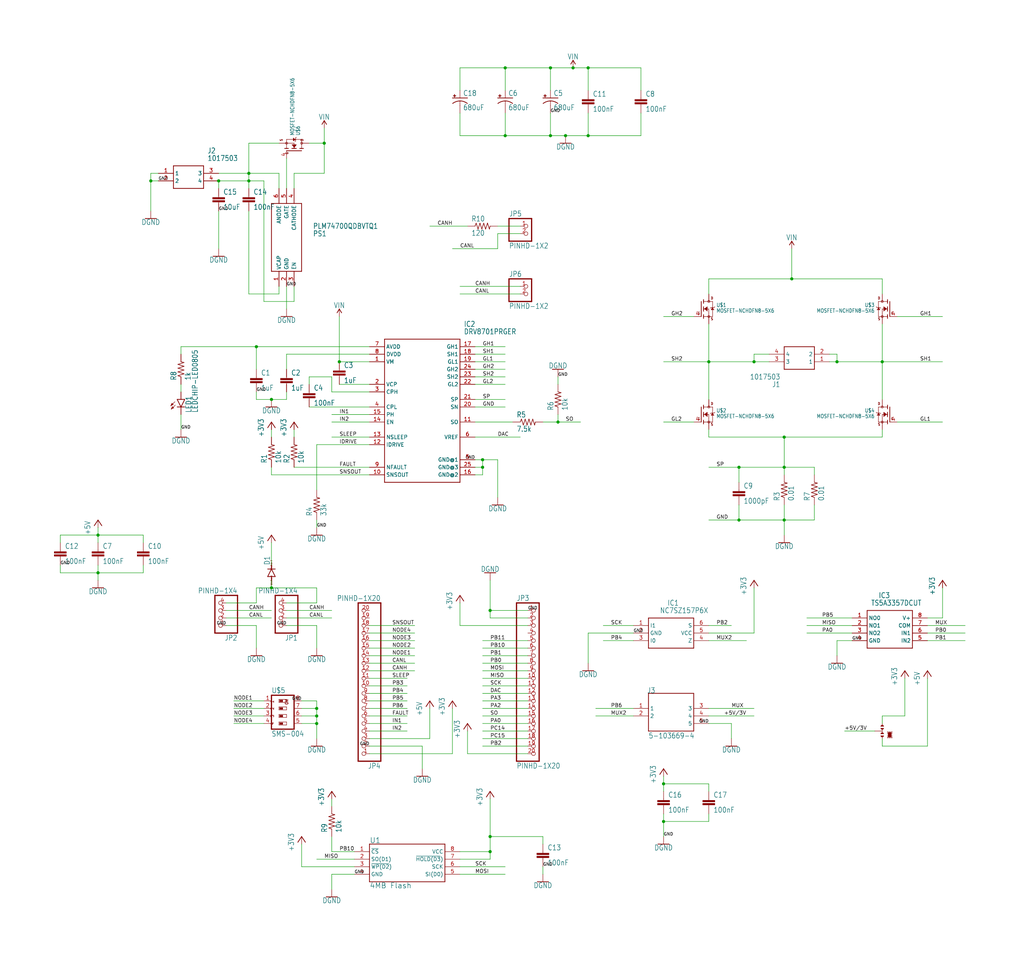
<source format=kicad_sch>
(kicad_sch (version 20211123) (generator eeschema)
  (paper "User" 344.932 326.568)
  (junction (at 238.76 121.92))
  (junction (at 162.56 157.48))
  (junction (at 109.22 48.26))
  (junction (at 106.68 241.3))
  (junction (at 91.44 198.12))
  (junction (at 264.16 175.26))
  (junction (at 73.66 60.96))
  (junction (at 264.16 157.48))
  (junction (at 91.44 134.62))
  (junction (at 297.18 121.92))
  (junction (at 106.68 238.76))
  (junction (at 50.8 60.96))
  (junction (at 198.12 45.72))
  (junction (at 190.5 45.72))
  (junction (at 165.1 281.94))
  (junction (at 185.42 22.86))
  (junction (at 281.94 121.92))
  (junction (at 114.3 121.92))
  (junction (at 223.52 276.86))
  (junction (at 187.96 142.24))
  (junction (at 165.1 205.74))
  (junction (at 165.1 287.02))
  (junction (at 248.92 175.26))
  (junction (at 162.56 154.94))
  (junction (at 266.7 93.98))
  (junction (at 86.36 116.84))
  (junction (at 106.68 243.84))
  (junction (at 83.82 60.96))
  (junction (at 33.02 180.34))
  (junction (at 254 121.92))
  (junction (at 170.18 22.86))
  (junction (at 223.52 264.16))
  (junction (at 248.92 157.48))
  (junction (at 185.42 45.72))
  (junction (at 193.04 22.86))
  (junction (at 83.82 58.42))
  (junction (at 33.02 193.04))
  (junction (at 264.16 147.32))
  (junction (at 198.12 22.86))
  (junction (at 170.18 45.72))
  (wire (pts (xy 297.18 121.92) (xy 317.5 121.92)))
  (wire (pts (xy 281.94 119.38) (xy 281.94 121.92)))
  (wire (pts (xy 124.46 116.84) (xy 86.36 116.84)))
  (wire (pts (xy 111.76 294.64) (xy 111.76 299.72)))
  (wire (pts (xy 48.26 193.04) (xy 48.26 190.5)))
  (wire (pts (xy 86.36 198.12) (xy 86.36 203.2)))
  (wire (pts (xy 111.76 287.02) (xy 111.76 281.94)))
  (wire (pts (xy 167.64 76.2) (xy 175.26 76.2)))
  (wire (pts (xy 254 213.36) (xy 254 198.12)))
  (wire (pts (xy 83.82 58.42) (xy 83.82 48.26)))
  (wire (pts (xy 177.8 251.46) (xy 162.56 251.46)))
  (wire (pts (xy 33.02 180.34) (xy 48.26 180.34)))
  (wire (pts (xy 266.7 83.82) (xy 266.7 93.98)))
  (wire (pts (xy 124.46 243.84) (xy 137.16 243.84)))
  (wire (pts (xy 182.88 292.1) (xy 182.88 294.64)))
  (wire (pts (xy 223.52 281.94) (xy 223.52 276.86)))
  (wire (pts (xy 223.52 276.86) (xy 238.76 276.86)))
  (wire (pts (xy 259.08 121.92) (xy 254 121.92)))
  (wire (pts (xy 86.36 210.82) (xy 86.36 218.44)))
  (wire (pts (xy 124.46 241.3) (xy 137.16 241.3)))
  (wire (pts (xy 248.92 170.18) (xy 248.92 175.26)))
  (wire (pts (xy 246.38 243.84) (xy 246.38 248.92)))
  (wire (pts (xy 185.42 45.72) (xy 170.18 45.72)))
  (wire (pts (xy 93.98 96.52) (xy 93.98 99.06)))
  (wire (pts (xy 297.18 243.84) (xy 297.18 241.3)))
  (wire (pts (xy 264.16 175.26) (xy 274.32 175.26)))
  (wire (pts (xy 238.76 121.92) (xy 238.76 109.22)))
  (wire (pts (xy 73.66 71.12) (xy 73.66 83.82)))
  (wire (pts (xy 297.18 134.62) (xy 297.18 121.92)))
  (wire (pts (xy 124.46 233.68) (xy 137.16 233.68)))
  (wire (pts (xy 76.2 208.28) (xy 91.44 208.28)))
  (wire (pts (xy 157.48 76.2) (xy 144.78 76.2)))
  (wire (pts (xy 238.76 276.86) (xy 238.76 274.32)))
  (wire (pts (xy 287.02 215.9) (xy 281.94 215.9)))
  (wire (pts (xy 248.92 157.48) (xy 238.76 157.48)))
  (wire (pts (xy 20.32 182.88) (xy 20.32 180.34)))
  (wire (pts (xy 177.8 243.84) (xy 162.56 243.84)))
  (wire (pts (xy 124.46 139.7) (xy 111.76 139.7)))
  (wire (pts (xy 198.12 45.72) (xy 198.12 38.1)))
  (wire (pts (xy 162.56 226.06) (xy 177.8 226.06)))
  (wire (pts (xy 101.6 238.76) (xy 106.68 238.76)))
  (wire (pts (xy 83.82 60.96) (xy 83.82 58.42)))
  (wire (pts (xy 162.56 160.02) (xy 162.56 157.48)))
  (wire (pts (xy 154.94 287.02) (xy 165.1 287.02)))
  (wire (pts (xy 187.96 139.7) (xy 187.96 142.24)))
  (wire (pts (xy 187.96 142.24) (xy 195.58 142.24)))
  (wire (pts (xy 213.36 238.76) (xy 200.66 238.76)))
  (wire (pts (xy 177.8 215.9) (xy 162.56 215.9)))
  (wire (pts (xy 88.9 101.6) (xy 88.9 60.96)))
  (wire (pts (xy 88.9 243.84) (xy 78.74 243.84)))
  (wire (pts (xy 50.8 60.96) (xy 50.8 71.12)))
  (wire (pts (xy 60.96 144.78) (xy 60.96 139.7)))
  (wire (pts (xy 124.46 121.92) (xy 114.3 121.92)))
  (wire (pts (xy 106.68 198.12) (xy 106.68 203.2)))
  (wire (pts (xy 124.46 160.02) (xy 91.44 160.02)))
  (wire (pts (xy 60.96 119.38) (xy 60.96 116.84)))
  (wire (pts (xy 177.8 246.38) (xy 162.56 246.38)))
  (wire (pts (xy 106.68 177.8) (xy 106.68 175.26)))
  (wire (pts (xy 33.02 177.8) (xy 33.02 180.34)))
  (wire (pts (xy 177.8 238.76) (xy 162.56 238.76)))
  (wire (pts (xy 160.02 127) (xy 170.18 127)))
  (wire (pts (xy 279.4 121.92) (xy 281.94 121.92)))
  (wire (pts (xy 248.92 157.48) (xy 264.16 157.48)))
  (wire (pts (xy 279.4 119.38) (xy 281.94 119.38)))
  (wire (pts (xy 238.76 241.3) (xy 254 241.3)))
  (wire (pts (xy 124.46 251.46) (xy 142.24 251.46)))
  (wire (pts (xy 124.46 220.98) (xy 139.7 220.98)))
  (wire (pts (xy 124.46 142.24) (xy 111.76 142.24)))
  (wire (pts (xy 160.02 137.16) (xy 170.18 137.16)))
  (wire (pts (xy 91.44 147.32) (xy 91.44 144.78)))
  (wire (pts (xy 233.68 106.68) (xy 223.52 106.68)))
  (wire (pts (xy 274.32 157.48) (xy 274.32 160.02)))
  (wire (pts (xy 248.92 175.26) (xy 264.16 175.26)))
  (wire (pts (xy 185.42 22.86) (xy 193.04 22.86)))
  (wire (pts (xy 91.44 190.5) (xy 91.44 182.88)))
  (wire (pts (xy 304.8 228.6) (xy 304.8 241.3)))
  (wire (pts (xy 124.46 238.76) (xy 137.16 238.76)))
  (wire (pts (xy 93.98 58.42) (xy 83.82 58.42)))
  (wire (pts (xy 99.06 144.78) (xy 99.06 147.32)))
  (wire (pts (xy 106.68 236.22) (xy 106.68 238.76)))
  (wire (pts (xy 215.9 22.86) (xy 215.9 30.48)))
  (wire (pts (xy 124.46 231.14) (xy 137.16 231.14)))
  (wire (pts (xy 266.7 93.98) (xy 297.18 93.98)))
  (wire (pts (xy 165.1 205.74) (xy 165.1 195.58)))
  (wire (pts (xy 86.36 198.12) (xy 91.44 198.12)))
  (wire (pts (xy 223.52 264.16) (xy 223.52 266.7)))
  (wire (pts (xy 160.02 134.62) (xy 170.18 134.62)))
  (wire (pts (xy 50.8 58.42) (xy 50.8 60.96)))
  (wire (pts (xy 233.68 142.24) (xy 223.52 142.24)))
  (wire (pts (xy 223.52 261.62) (xy 223.52 264.16)))
  (wire (pts (xy 96.52 205.74) (xy 111.76 205.74)))
  (wire (pts (xy 297.18 251.46) (xy 312.42 251.46)))
  (wire (pts (xy 119.38 289.56) (xy 106.68 289.56)))
  (wire (pts (xy 96.52 203.2) (xy 106.68 203.2)))
  (wire (pts (xy 99.06 96.52) (xy 99.06 101.6)))
  (wire (pts (xy 238.76 238.76) (xy 254 238.76)))
  (wire (pts (xy 154.94 38.1) (xy 154.94 45.72)))
  (wire (pts (xy 48.26 180.34) (xy 48.26 182.88)))
  (wire (pts (xy 60.96 116.84) (xy 86.36 116.84)))
  (wire (pts (xy 124.46 236.22) (xy 137.16 236.22)))
  (wire (pts (xy 264.16 160.02) (xy 264.16 157.48)))
  (wire (pts (xy 165.1 281.94) (xy 165.1 269.24)))
  (wire (pts (xy 124.46 218.44) (xy 139.7 218.44)))
  (wire (pts (xy 109.22 43.18) (xy 109.22 48.26)))
  (wire (pts (xy 281.94 121.92) (xy 297.18 121.92)))
  (wire (pts (xy 154.94 45.72) (xy 170.18 45.72)))
  (wire (pts (xy 297.18 93.98) (xy 297.18 99.06)))
  (wire (pts (xy 297.18 248.92) (xy 297.18 251.46)))
  (wire (pts (xy 124.46 132.08) (xy 111.76 132.08)))
  (wire (pts (xy 281.94 215.9) (xy 281.94 220.98)))
  (wire (pts (xy 177.8 218.44) (xy 162.56 218.44)))
  (wire (pts (xy 213.36 215.9) (xy 203.2 215.9)))
  (wire (pts (xy 238.76 99.06) (xy 238.76 93.98)))
  (wire (pts (xy 20.32 180.34) (xy 33.02 180.34)))
  (wire (pts (xy 124.46 147.32) (xy 111.76 147.32)))
  (wire (pts (xy 160.02 124.46) (xy 170.18 124.46)))
  (wire (pts (xy 193.04 22.86) (xy 198.12 22.86)))
  (wire (pts (xy 177.8 236.22) (xy 162.56 236.22)))
  (wire (pts (xy 33.02 182.88) (xy 33.02 180.34)))
  (wire (pts (xy 106.68 243.84) (xy 106.68 248.92)))
  (wire (pts (xy 238.76 147.32) (xy 264.16 147.32)))
  (wire (pts (xy 73.66 58.42) (xy 83.82 58.42)))
  (wire (pts (xy 88.9 238.76) (xy 78.74 238.76)))
  (wire (pts (xy 238.76 210.82) (xy 246.38 210.82)))
  (wire (pts (xy 238.76 134.62) (xy 238.76 121.92)))
  (wire (pts (xy 104.14 127) (xy 104.14 129.54)))
  (wire (pts (xy 76.2 203.2) (xy 86.36 203.2)))
  (wire (pts (xy 297.18 147.32) (xy 297.18 144.78)))
  (wire (pts (xy 91.44 134.62) (xy 96.52 134.62)))
  (wire (pts (xy 213.36 213.36) (xy 198.12 213.36)))
  (wire (pts (xy 101.6 243.84) (xy 106.68 243.84)))
  (wire (pts (xy 33.02 193.04) (xy 48.26 193.04)))
  (wire (pts (xy 106.68 210.82) (xy 106.68 218.44)))
  (wire (pts (xy 177.8 228.6) (xy 162.56 228.6)))
  (wire (pts (xy 142.24 251.46) (xy 142.24 259.08)))
  (wire (pts (xy 154.94 210.82) (xy 154.94 203.2)))
  (wire (pts (xy 177.8 220.98) (xy 162.56 220.98)))
  (wire (pts (xy 312.42 215.9) (xy 325.12 215.9)))
  (wire (pts (xy 238.76 144.78) (xy 238.76 147.32)))
  (wire (pts (xy 165.1 289.56) (xy 165.1 287.02)))
  (wire (pts (xy 312.42 210.82) (xy 325.12 210.82)))
  (wire (pts (xy 238.76 264.16) (xy 238.76 266.7)))
  (wire (pts (xy 119.38 294.64) (xy 111.76 294.64)))
  (wire (pts (xy 88.9 241.3) (xy 78.74 241.3)))
  (wire (pts (xy 160.02 160.02) (xy 162.56 160.02)))
  (wire (pts (xy 177.8 208.28) (xy 165.1 208.28)))
  (wire (pts (xy 160.02 157.48) (xy 162.56 157.48)))
  (wire (pts (xy 274.32 175.26) (xy 274.32 170.18)))
  (wire (pts (xy 264.16 157.48) (xy 274.32 157.48)))
  (wire (pts (xy 259.08 119.38) (xy 254 119.38)))
  (wire (pts (xy 152.4 238.76) (xy 152.4 254)))
  (wire (pts (xy 160.02 142.24) (xy 172.72 142.24)))
  (wire (pts (xy 124.46 213.36) (xy 139.7 213.36)))
  (wire (pts (xy 162.56 154.94) (xy 167.64 154.94)))
  (wire (pts (xy 111.76 132.08) (xy 111.76 127)))
  (wire (pts (xy 160.02 116.84) (xy 170.18 116.84)))
  (wire (pts (xy 312.42 208.28) (xy 317.5 208.28)))
  (wire (pts (xy 170.18 45.72) (xy 170.18 38.1)))
  (wire (pts (xy 177.8 241.3) (xy 162.56 241.3)))
  (wire (pts (xy 170.18 30.48) (xy 170.18 22.86)))
  (wire (pts (xy 53.34 58.42) (xy 50.8 58.42)))
  (wire (pts (xy 287.02 208.28) (xy 271.78 208.28)))
  (wire (pts (xy 76.2 210.82) (xy 86.36 210.82)))
  (wire (pts (xy 96.52 96.52) (xy 96.52 104.14)))
  (wire (pts (xy 86.36 134.62) (xy 91.44 134.62)))
  (wire (pts (xy 157.48 246.38) (xy 157.48 254)))
  (wire (pts (xy 177.8 223.52) (xy 162.56 223.52)))
  (wire (pts (xy 187.96 127) (xy 187.96 129.54)))
  (wire (pts (xy 154.94 292.1) (xy 170.18 292.1)))
  (wire (pts (xy 264.16 147.32) (xy 297.18 147.32)))
  (wire (pts (xy 88.9 236.22) (xy 78.74 236.22)))
  (wire (pts (xy 185.42 45.72) (xy 190.5 45.72)))
  (wire (pts (xy 190.5 45.72) (xy 198.12 45.72)))
  (wire (pts (xy 185.42 38.1) (xy 185.42 45.72)))
  (wire (pts (xy 83.82 99.06) (xy 83.82 71.12)))
  (wire (pts (xy 99.06 101.6) (xy 88.9 101.6)))
  (wire (pts (xy 93.98 63.5) (xy 93.98 58.42)))
  (wire (pts (xy 198.12 22.86) (xy 215.9 22.86)))
  (wire (pts (xy 302.26 106.68) (xy 317.5 106.68)))
  (wire (pts (xy 91.44 160.02) (xy 91.44 157.48)))
  (wire (pts (xy 238.76 121.92) (xy 223.52 121.92)))
  (wire (pts (xy 157.48 254) (xy 177.8 254)))
  (wire (pts (xy 297.18 241.3) (xy 304.8 241.3)))
  (wire (pts (xy 177.8 210.82) (xy 154.94 210.82)))
  (wire (pts (xy 124.46 210.82) (xy 139.7 210.82)))
  (wire (pts (xy 99.06 58.42) (xy 109.22 58.42)))
  (wire (pts (xy 83.82 48.26) (xy 93.98 48.26)))
  (wire (pts (xy 165.1 287.02) (xy 165.1 281.94)))
  (wire (pts (xy 101.6 292.1) (xy 101.6 284.48)))
  (wire (pts (xy 213.36 210.82) (xy 203.2 210.82)))
  (wire (pts (xy 182.88 281.94) (xy 165.1 281.94)))
  (wire (pts (xy 238.76 121.92) (xy 254 121.92)))
  (wire (pts (xy 86.36 116.84) (xy 86.36 124.46)))
  (wire (pts (xy 124.46 226.06) (xy 139.7 226.06)))
  (wire (pts (xy 124.46 157.48) (xy 99.06 157.48)))
  (wire (pts (xy 185.42 30.48) (xy 185.42 22.86)))
  (wire (pts (xy 96.52 134.62) (xy 96.52 132.08)))
  (wire (pts (xy 106.68 149.86) (xy 124.46 149.86)))
  (wire (pts (xy 154.94 289.56) (xy 165.1 289.56)))
  (wire (pts (xy 119.38 292.1) (xy 101.6 292.1)))
  (wire (pts (xy 175.26 96.52) (xy 154.94 96.52)))
  (wire (pts (xy 60.96 132.08) (xy 60.96 129.54)))
  (wire (pts (xy 76.2 205.74) (xy 91.44 205.74)))
  (wire (pts (xy 101.6 236.22) (xy 106.68 236.22)))
  (wire (pts (xy 106.68 241.3) (xy 106.68 243.84)))
  (wire (pts (xy 175.26 78.74) (xy 167.64 78.74)))
  (wire (pts (xy 223.52 276.86) (xy 223.52 274.32)))
  (wire (pts (xy 223.52 264.16) (xy 238.76 264.16)))
  (wire (pts (xy 175.26 99.06) (xy 154.94 99.06)))
  (wire (pts (xy 297.18 121.92) (xy 297.18 109.22)))
  (wire (pts (xy 215.9 45.72) (xy 198.12 45.72)))
  (wire (pts (xy 248.92 175.26) (xy 238.76 175.26)))
  (wire (pts (xy 238.76 243.84) (xy 246.38 243.84)))
  (wire (pts (xy 144.78 238.76) (xy 144.78 248.92)))
  (wire (pts (xy 264.16 180.34) (xy 264.16 175.26)))
  (wire (pts (xy 86.36 132.08) (xy 86.36 134.62)))
  (wire (pts (xy 238.76 93.98) (xy 266.7 93.98)))
  (wire (pts (xy 213.36 241.3) (xy 200.66 241.3)))
  (wire (pts (xy 101.6 241.3) (xy 106.68 241.3)))
  (wire (pts (xy 248.92 162.56) (xy 248.92 157.48)))
  (wire (pts (xy 106.68 238.76) (xy 106.68 241.3)))
  (wire (pts (xy 33.02 195.58) (xy 33.02 193.04)))
  (wire (pts (xy 167.64 78.74) (xy 167.64 83.82)))
  (wire (pts (xy 20.32 190.5) (xy 20.32 193.04)))
  (wire (pts (xy 111.76 271.78) (xy 111.76 269.24)))
  (wire (pts (xy 73.66 60.96) (xy 83.82 60.96)))
  (wire (pts (xy 238.76 215.9) (xy 251.46 215.9)))
  (wire (pts (xy 124.46 228.6) (xy 137.16 228.6)))
  (wire (pts (xy 20.32 193.04) (xy 33.02 193.04)))
  (wire (pts (xy 119.38 287.02) (xy 111.76 287.02)))
  (wire (pts (xy 177.8 231.14) (xy 162.56 231.14)))
  (wire (pts (xy 88.9 60.96) (xy 83.82 60.96)))
  (wire (pts (xy 198.12 213.36) (xy 198.12 223.52)))
  (wire (pts (xy 215.9 38.1) (xy 215.9 45.72)))
  (wire (pts (xy 317.5 208.28) (xy 317.5 198.12)))
  (wire (pts (xy 302.26 142.24) (xy 317.5 142.24)))
  (wire (pts (xy 53.34 60.96) (xy 50.8 60.96)))
  (wire (pts (xy 33.02 190.5) (xy 33.02 193.04)))
  (wire (pts (xy 114.3 106.68) (xy 114.3 121.92)))
  (wire (pts (xy 160.02 119.38) (xy 170.18 119.38)))
  (wire (pts (xy 124.46 246.38) (xy 137.16 246.38)))
  (wire (pts (xy 160.02 121.92) (xy 170.18 121.92)))
  (wire (pts (xy 91.44 195.58) (xy 91.44 198.12)))
  (wire (pts (xy 312.42 228.6) (xy 312.42 251.46)))
  (wire (pts (xy 165.1 208.28) (xy 165.1 205.74)))
  (wire (pts (xy 96.52 208.28) (xy 111.76 208.28)))
  (wire (pts (xy 160.02 154.94) (xy 162.56 154.94)))
  (wire (pts (xy 106.68 149.86) (xy 106.68 165.1)))
  (wire (pts (xy 160.02 147.32) (xy 175.26 147.32)))
  (wire (pts (xy 198.12 22.86) (xy 198.12 30.48)))
  (wire (pts (xy 167.64 83.82) (xy 152.4 83.82)))
  (wire (pts (xy 182.88 284.48) (xy 182.88 281.94)))
  (wire (pts (xy 165.1 205.74) (xy 177.8 205.74)))
  (wire (pts (xy 109.22 48.26) (xy 104.14 48.26)))
  (wire (pts (xy 96.52 63.5) (xy 96.52 53.34)))
  (wire (pts (xy 124.46 223.52) (xy 139.7 223.52)))
  (wire (pts (xy 124.46 119.38) (xy 96.52 119.38)))
  (wire (pts (xy 91.44 198.12) (xy 106.68 198.12)))
  (wire (pts (xy 99.06 63.5) (xy 99.06 58.42)))
  (wire (pts (xy 111.76 127) (xy 104.14 127)))
  (wire (pts (xy 271.78 213.36) (xy 287.02 213.36)))
  (wire (pts (xy 124.46 215.9) (xy 139.7 215.9)))
  (wire (pts (xy 238.76 213.36) (xy 254 213.36)))
  (wire (pts (xy 104.14 137.16) (xy 124.46 137.16)))
  (wire (pts (xy 264.16 175.26) (xy 264.16 170.18)))
  (wire (pts (xy 170.18 22.86) (xy 185.42 22.86)))
  (wire (pts (xy 264.16 157.48) (xy 264.16 147.32)))
  (wire (pts (xy 287.02 210.82) (xy 271.78 210.82)))
  (wire (pts (xy 177.8 233.68) (xy 162.56 233.68)))
  (wire (pts (xy 177.8 248.92) (xy 162.56 248.92)))
  (wire (pts (xy 167.64 154.94) (xy 167.64 167.64)))
  (wire (pts (xy 254 121.92) (xy 254 119.38)))
  (wire (pts (xy 96.52 119.38) (xy 96.52 124.46)))
  (wire (pts (xy 73.66 63.5) (xy 73.66 60.96)))
  (wire (pts (xy 109.22 58.42) (xy 109.22 48.26)))
  (wire (pts (xy 294.64 246.38) (xy 284.48 246.38)))
  (wire (pts (xy 154.94 30.48) (xy 154.94 22.86)))
  (wire (pts (xy 160.02 129.54) (xy 170.18 129.54)))
  (wire (pts (xy 83.82 63.5) (xy 83.82 60.96)))
  (wire (pts (xy 162.56 157.48) (xy 162.56 154.94)))
  (wire (pts (xy 124.46 248.92) (xy 144.78 248.92)))
  (wire (pts (xy 312.42 213.36) (xy 325.12 213.36)))
  (wire (pts (xy 93.98 99.06) (xy 83.82 99.06)))
  (wire (pts (xy 96.52 210.82) (xy 106.68 210.82)))
  (wire (pts (xy 154.94 294.64) (xy 170.18 294.64)))
  (wire (pts (xy 154.94 22.86) (xy 170.18 22.86)))
  (wire (pts (xy 182.88 142.24) (xy 187.96 142.24)))
  (wire (pts (xy 124.46 254) (xy 152.4 254)))
  (wire (pts (xy 124.46 129.54) (xy 114.3 129.54)))
  (label "NODE3" (at 132.08 215.9 0) (effects (font (size 1.2446 1.2446))))
  (label "NODE2" (at 78.74 238.76 0) (effects (font (size 1.2446 1.2446))))
  (label "PB10" (at 165.1 218.44 0) (effects (font (size 1.2446 1.2446))))
  (label "DAC" (at 165.1 233.68 0) (effects (font (size 1.2446 1.2446))))
  (label "PB5" (at 132.08 236.22 0) (effects (font (size 1.2446 1.2446))))
  (label "GH2" (at 162.56 124.46 0) (effects (font (size 1.2446 1.2446))))
  (label "NODE1" (at 132.08 220.98 0) (effects (font (size 1.2446 1.2446))))
  (label "GND" (at 124.46 251.46 180) (effects (font (size 1.016 1.016))))
  (label "GND" (at 73.66 71.12 0) (effects (font (size 1.016 1.016))))
  (label "GL1" (at 309.88 142.24 0) (effects (font (size 1.2446 1.2446))))
  (label "NODE2" (at 132.08 218.44 0) (effects (font (size 1.2446 1.2446))))
  (label "CANH" (at 160.02 96.52 0) (effects (font (size 1.2446 1.2446))))
  (label "IN2" (at 132.08 246.38 0) (effects (font (size 1.2446 1.2446))))
  (label "GND" (at 177.8 205.74 0) (effects (font (size 1.016 1.016))))
  (label "FAULT" (at 132.08 241.3 0) (effects (font (size 1.2446 1.2446))))
  (label "GH2" (at 226.06 106.68 0) (effects (font (size 1.2446 1.2446))))
  (label "GND" (at 223.52 281.94 0) (effects (font (size 1.016 1.016))))
  (label "PA3" (at 165.1 236.22 0) (effects (font (size 1.2446 1.2446))))
  (label "MISO" (at 165.1 228.6 0) (effects (font (size 1.2446 1.2446))))
  (label "IDRIVE" (at 114.3 149.86 0) (effects (font (size 1.2446 1.2446))))
  (label "GND" (at 162.56 137.16 0) (effects (font (size 1.2446 1.2446))))
  (label "SLEEP" (at 132.08 228.6 0) (effects (font (size 1.2446 1.2446))))
  (label "GND" (at 86.36 132.08 0) (effects (font (size 1.016 1.016))))
  (label "CANL" (at 132.08 223.52 0) (effects (font (size 1.2446 1.2446))))
  (label "MUX" (at 246.38 238.76 0) (effects (font (size 1.2446 1.2446))))
  (label "MISO" (at 109.22 289.56 0) (effects (font (size 1.2446 1.2446))))
  (label "SLEEP" (at 114.3 147.32 0) (effects (font (size 1.2446 1.2446))))
  (label "PA0" (at 165.1 243.84 0) (effects (font (size 1.2446 1.2446))))
  (label "PC14" (at 165.1 246.38 0) (effects (font (size 1.2446 1.2446))))
  (label "IN2" (at 114.3 142.24 0) (effects (font (size 1.2446 1.2446))))
  (label "GND" (at 185.42 38.1 0) (effects (font (size 1.016 1.016))))
  (label "MOSI" (at 160.02 294.64 0) (effects (font (size 1.2446 1.2446))))
  (label "GL2" (at 226.06 142.24 0) (effects (font (size 1.2446 1.2446))))
  (label "GND" (at 213.36 213.36 0) (effects (font (size 1.016 1.016))))
  (label "CANL" (at 83.82 208.28 0) (effects (font (size 1.2446 1.2446))))
  (label "+5V/3V" (at 284.48 246.38 0) (effects (font (size 1.2446 1.2446))))
  (label "PA2" (at 165.1 238.76 0) (effects (font (size 1.2446 1.2446))))
  (label "SNSOUT" (at 114.3 160.02 0) (effects (font (size 1.2446 1.2446))))
  (label "GND" (at 96.52 210.82 180) (effects (font (size 1.016 1.016))))
  (label "NODE3" (at 78.74 241.3 0) (effects (font (size 1.2446 1.2446))))
  (label "SH2" (at 162.56 127 0) (effects (font (size 1.2446 1.2446))))
  (label "GND" (at 76.2 210.82 180) (effects (font (size 1.016 1.016))))
  (label "GND" (at 241.3 175.26 0) (effects (font (size 1.2446 1.2446))))
  (label "PB1" (at 314.96 215.9 0) (effects (font (size 1.2446 1.2446))))
  (label "PB3" (at 132.08 231.14 0) (effects (font (size 1.2446 1.2446))))
  (label "CANL" (at 160.02 99.06 0) (effects (font (size 1.2446 1.2446))))
  (label "SH1" (at 162.56 119.38 0) (effects (font (size 1.2446 1.2446))))
  (label "GND" (at 119.38 294.64 0) (effects (font (size 1.016 1.016))))
  (label "NODE4" (at 78.74 243.84 0) (effects (font (size 1.2446 1.2446))))
  (label "GND" (at 53.34 60.96 0) (effects (font (size 1.016 1.016))))
  (label "GND" (at 96.52 96.52 0) (effects (font (size 1.016 1.016))))
  (label "PB6" (at 205.74 238.76 0) (effects (font (size 1.2446 1.2446))))
  (label "PB0" (at 165.1 223.52 0) (effects (font (size 1.2446 1.2446))))
  (label "CANH" (at 132.08 226.06 0) (effects (font (size 1.2446 1.2446))))
  (label "FAULT" (at 114.3 157.48 0) (effects (font (size 1.2446 1.2446))))
  (label "SH1" (at 309.88 121.92 0) (effects (font (size 1.2446 1.2446))))
  (label "PB11" (at 165.1 215.9 0) (effects (font (size 1.2446 1.2446))))
  (label "GND" (at 20.32 190.5 0) (effects (font (size 1.016 1.016))))
  (label "SP" (at 162.56 134.62 0) (effects (font (size 1.2446 1.2446))))
  (label "SO" (at 190.5 142.24 0) (effects (font (size 1.2446 1.2446))))
  (label "GH1" (at 162.56 116.84 0) (effects (font (size 1.2446 1.2446))))
  (label "DAC" (at 167.64 147.32 0) (effects (font (size 1.2446 1.2446))))
  (label "CANL" (at 104.14 208.28 0) (effects (font (size 1.2446 1.2446))))
  (label "MOSI" (at 165.1 226.06 0) (effects (font (size 1.2446 1.2446))))
  (label "PB4" (at 205.74 215.9 0) (effects (font (size 1.2446 1.2446))))
  (label "MUX2" (at 205.74 241.3 0) (effects (font (size 1.2446 1.2446))))
  (label "MUX" (at 314.96 210.82 0) (effects (font (size 1.2446 1.2446))))
  (label "SCK" (at 160.02 292.1 0) (effects (font (size 1.2446 1.2446))))
  (label "NODE1" (at 78.74 236.22 0) (effects (font (size 1.2446 1.2446))))
  (label "SCK" (at 205.74 210.82 0) (effects (font (size 1.2446 1.2446))))
  (label "PC15" (at 165.1 248.92 0) (effects (font (size 1.2446 1.2446))))
  (label "CANH" (at 104.14 205.74 0) (effects (font (size 1.2446 1.2446))))
  (label "SCK" (at 165.1 231.14 0) (effects (font (size 1.2446 1.2446))))
  (label "GND" (at 238.76 243.84 180) (effects (font (size 1.016 1.016))))
  (label "PB0" (at 314.96 213.36 0) (effects (font (size 1.2446 1.2446))))
  (label "NODE4" (at 132.08 213.36 0) (effects (font (size 1.2446 1.2446))))
  (label "CANH" (at 147.32 76.2 0) (effects (font (size 1.2446 1.2446))))
  (label "PB1" (at 165.1 220.98 0) (effects (font (size 1.2446 1.2446))))
  (label "PB5" (at 276.86 208.28 0) (effects (font (size 1.2446 1.2446))))
  (label "CANH" (at 83.82 205.74 0) (effects (font (size 1.2446 1.2446))))
  (label "SO" (at 165.1 241.3 0) (effects (font (size 1.2446 1.2446))))
  (label "IN1" (at 132.08 243.84 0) (effects (font (size 1.2446 1.2446))))
  (label "MISO" (at 276.86 210.82 0) (effects (font (size 1.2446 1.2446))))
  (label "GL2" (at 162.56 129.54 0) (effects (font (size 1.2446 1.2446))))
  (label "SH2" (at 226.06 121.92 0) (effects (font (size 1.2446 1.2446))))
  (label "GND" (at 106.68 177.8 0) (effects (font (size 1.016 1.016))))
  (label "IN1" (at 114.3 139.7 0) (effects (font (size 1.2446 1.2446))))
  (label "PB6" (at 132.08 238.76 0) (effects (font (size 1.2446 1.2446))))
  (label "GH1" (at 309.88 106.68 0) (effects (font (size 1.2446 1.2446))))
  (label "GND" (at 287.02 215.9 0) (effects (font (size 1.016 1.016))))
  (label "SP" (at 241.3 157.48 0) (effects (font (size 1.2446 1.2446))))
  (label "GND" (at 60.96 144.78 0) (effects (font (size 1.016 1.016))))
  (label "SNSOUT" (at 132.08 210.82 0) (effects (font (size 1.2446 1.2446))))
  (label "GND" (at 160.02 154.94 180) (effects (font (size 1.016 1.016))))
  (label "GL1" (at 162.56 121.92 0) (effects (font (size 1.2446 1.2446))))
  (label "PB2" (at 241.3 210.82 0) (effects (font (size 1.2446 1.2446))))
  (label "CANL" (at 154.94 83.82 0) (effects (font (size 1.2446 1.2446))))
  (label "PB10" (at 114.3 287.02 0) (effects (font (size 1.2446 1.2446))))
  (label "GND" (at 101.6 236.22 180) (effects (font (size 1.016 1.016))))
  (label "PB2" (at 165.1 251.46 0) (effects (font (size 1.2446 1.2446))))
  (label "GND" (at 187.96 127 0) (effects (font (size 1.016 1.016))))
  (label "+5V/3V" (at 243.84 241.3 0) (effects (font (size 1.2446 1.2446))))
  (label "MUX2" (at 241.3 215.9 0) (effects (font (size 1.2446 1.2446))))
  (label "PB4" (at 132.08 233.68 0) (effects (font (size 1.2446 1.2446))))
  (label "GND" (at 182.88 292.1 0) (effects (font (size 1.016 1.016))))
  (label "PA0" (at 276.86 213.36 0) (effects (font (size 1.2446 1.2446))))
  (symbol (lib_id "arm controller single v1.1-eagle-import:C-EUC0603") (at 104.14 132.08 0) (unit 1)
    (property "Reference" "C4" (at 105.664 131.699 0) (effects (font (size 1.778 1.5113)) (justify left bottom)))
    (property "Value" "100nF" (at 105.664 136.779 0) (effects (font (size 1.778 1.5113)) (justify left bottom)))
    (property "Footprint" "arm controller single v1.1:C0603" (effects hide))
  )
  (symbol (lib_id "arm controller single v1.1-eagle-import:DGND") (at 167.64 170.18 0) (unit 1)
    (property "Reference" "#GND7" (effects hide))
    (property "Value" "DGND" (at 167.64 170.434 0) (effects (font (size 1.778 1.5113)) (justify top)))
    (property "Footprint" "arm controller single v1.1:" (effects hide))
  )
  (symbol (lib_id "arm controller single v1.1-eagle-import:PINHD-1X2") (at 177.8 99.06 0) (unit 1)
    (property "Reference" "JP6" (at 171.45 93.345 0) (effects (font (size 1.778 1.5113)) (justify left bottom)))
    (property "Value" "PINHD-1X2" (at 171.45 104.14 0) (effects (font (size 1.778 1.5113)) (justify left bottom)))
    (property "Footprint" "arm controller single v1.1:1X02" (effects hide))
  )
  (symbol (lib_id "arm controller single v1.1-eagle-import:R-US_R0603") (at 162.56 76.2 0) (unit 1)
    (property "Reference" "R10" (at 158.75 74.7014 0) (effects (font (size 1.778 1.5113)) (justify left bottom)))
    (property "Value" "120" (at 158.75 79.502 0) (effects (font (size 1.778 1.5113)) (justify left bottom)))
    (property "Footprint" "arm controller single v1.1:R0603" (effects hide))
  )
  (symbol (lib_id "arm controller single v1.1-eagle-import:MOSFET-NCHDFN8-5X6") (at 241.3 104.14 0) (unit 1)
    (property "Reference" "U$1" (at 241.3 103.505 0) (effects (font (size 1.27 1.0795)) (justify left bottom)))
    (property "Value" "MOSFET-NCHDFN8-5X6" (at 241.3 105.41 0) (effects (font (size 1.27 1.0795)) (justify left bottom)))
    (property "Footprint" "arm controller single v1.1:ALOM_DFN5X6_8L_EP1_P" (effects hide))
  )
  (symbol (lib_id "arm controller single v1.1-eagle-import:C-EUC0603") (at 182.88 287.02 0) (unit 1)
    (property "Reference" "C13" (at 184.404 286.639 0) (effects (font (size 1.778 1.5113)) (justify left bottom)))
    (property "Value" "100nF" (at 184.404 291.719 0) (effects (font (size 1.778 1.5113)) (justify left bottom)))
    (property "Footprint" "arm controller single v1.1:C0603" (effects hide))
  )
  (symbol (lib_id "arm controller single v1.1-eagle-import:DGND") (at 106.68 180.34 0) (unit 1)
    (property "Reference" "#GND9" (effects hide))
    (property "Value" "DGND" (at 106.68 180.594 0) (effects (font (size 1.778 1.5113)) (justify top)))
    (property "Footprint" "arm controller single v1.1:" (effects hide))
  )
  (symbol (lib_id "arm controller single v1.1-eagle-import:DGND") (at 142.24 261.62 0) (unit 1)
    (property "Reference" "#GND2" (effects hide))
    (property "Value" "DGND" (at 142.24 261.874 0) (effects (font (size 1.778 1.5113)) (justify top)))
    (property "Footprint" "arm controller single v1.1:" (effects hide))
  )
  (symbol (lib_id "arm controller single v1.1-eagle-import:C-EUC0603") (at 215.9 33.02 0) (unit 1)
    (property "Reference" "C8" (at 217.424 32.639 0) (effects (font (size 1.778 1.5113)) (justify left bottom)))
    (property "Value" "100nF" (at 217.424 37.719 0) (effects (font (size 1.778 1.5113)) (justify left bottom)))
    (property "Footprint" "arm controller single v1.1:C0603" (effects hide))
  )
  (symbol (lib_id "arm controller single v1.1-eagle-import:DGND") (at 264.16 182.88 0) (unit 1)
    (property "Reference" "#GND8" (effects hide))
    (property "Value" "DGND" (at 264.16 183.134 0) (effects (font (size 1.778 1.5113)) (justify top)))
    (property "Footprint" "arm controller single v1.1:" (effects hide))
  )
  (symbol (lib_id "arm controller single v1.1-eagle-import:C-EUC0603") (at 248.92 165.1 0) (unit 1)
    (property "Reference" "C9" (at 250.444 164.719 0) (effects (font (size 1.778 1.5113)) (justify left bottom)))
    (property "Value" "1000pF" (at 250.444 169.799 0) (effects (font (size 1.778 1.5113)) (justify left bottom)))
    (property "Footprint" "arm controller single v1.1:C0603" (effects hide))
  )
  (symbol (lib_id "arm controller single v1.1-eagle-import:C-EUC0603") (at 238.76 269.24 0) (unit 1)
    (property "Reference" "C17" (at 240.284 268.859 0) (effects (font (size 1.778 1.5113)) (justify left bottom)))
    (property "Value" "100nF" (at 240.284 273.939 0) (effects (font (size 1.778 1.5113)) (justify left bottom)))
    (property "Footprint" "arm controller single v1.1:C0603" (effects hide))
  )
  (symbol (lib_id "arm controller single v1.1-eagle-import:PINHD-1X2") (at 177.8 78.74 0) (unit 1)
    (property "Reference" "JP5" (at 171.45 73.025 0) (effects (font (size 1.778 1.5113)) (justify left bottom)))
    (property "Value" "PINHD-1X2" (at 171.45 83.82 0) (effects (font (size 1.778 1.5113)) (justify left bottom)))
    (property "Footprint" "arm controller single v1.1:1X02" (effects hide))
  )
  (symbol (lib_id "arm controller single v1.1-eagle-import:MOSFET-NCHDFN8-5X6") (at 294.64 139.7 0) (mirror y) (unit 1)
    (property "Reference" "U$4" (at 294.64 139.065 0) (effects (font (size 1.27 1.0795)) (justify left bottom)))
    (property "Value" "MOSFET-NCHDFN8-5X6" (at 294.64 140.97 0) (effects (font (size 1.27 1.0795)) (justify left bottom)))
    (property "Footprint" "arm controller single v1.1:ALOM_DFN5X6_8L_EP1_P" (effects hide))
  )
  (symbol (lib_id "arm controller single v1.1-eagle-import:PLM74700QDBVTQ1") (at 96.52 81.28 90) (unit 1)
    (property "Reference" "PS1" (at 105.41 78.74 90) (effects (font (size 1.778 1.5113)) (justify right)))
    (property "Value" "PLM74700QDBVTQ1" (at 105.41 76.2 90) (effects (font (size 1.778 1.5113)) (justify right)))
    (property "Footprint" "arm controller single v1.1:SOT95P280X145-6N" (effects hide))
  )
  (symbol (lib_id "arm controller single v1.1-eagle-import:DGND") (at 33.02 198.12 0) (unit 1)
    (property "Reference" "#GND14" (effects hide))
    (property "Value" "DGND" (at 33.02 198.374 0) (effects (font (size 1.778 1.5113)) (justify top)))
    (property "Footprint" "arm controller single v1.1:" (effects hide))
  )
  (symbol (lib_id "arm controller single v1.1-eagle-import:DGND") (at 246.38 251.46 0) (unit 1)
    (property "Reference" "#GND24" (effects hide))
    (property "Value" "DGND" (at 246.38 251.714 0) (effects (font (size 1.778 1.5113)) (justify top)))
    (property "Footprint" "arm controller single v1.1:" (effects hide))
  )
  (symbol (lib_id "arm controller single v1.1-eagle-import:R-US_R0603") (at 60.96 124.46 90) (unit 1)
    (property "Reference" "R8" (at 59.4614 128.27 0) (effects (font (size 1.778 1.5113)) (justify left bottom)))
    (property "Value" "1k" (at 64.262 128.27 0) (effects (font (size 1.778 1.5113)) (justify left bottom)))
    (property "Footprint" "arm controller single v1.1:R0603" (effects hide))
  )
  (symbol (lib_id "arm controller single v1.1-eagle-import:DGND") (at 198.12 226.06 0) (unit 1)
    (property "Reference" "#GND3" (effects hide))
    (property "Value" "DGND" (at 198.12 226.314 0) (effects (font (size 1.778 1.5113)) (justify top)))
    (property "Footprint" "arm controller single v1.1:" (effects hide))
  )
  (symbol (lib_id "arm controller single v1.1-eagle-import:+3V3") (at 223.52 259.08 0) (unit 1)
    (property "Reference" "#+3V11" (effects hide))
    (property "Value" "+3V3" (at 220.98 264.16 90) (effects (font (size 1.778 1.5113)) (justify left bottom)))
    (property "Footprint" "arm controller single v1.1:" (effects hide))
  )
  (symbol (lib_id "arm controller single v1.1-eagle-import:DGND") (at 106.68 251.46 0) (unit 1)
    (property "Reference" "#GND4" (effects hide))
    (property "Value" "DGND" (at 106.68 251.714 0) (effects (font (size 1.778 1.5113)) (justify top)))
    (property "Footprint" "arm controller single v1.1:" (effects hide))
  )
  (symbol (lib_id "arm controller single v1.1-eagle-import:C-EUC0603") (at 198.12 33.02 0) (unit 1)
    (property "Reference" "C11" (at 199.644 32.639 0) (effects (font (size 1.778 1.5113)) (justify left bottom)))
    (property "Value" "100nF" (at 199.644 37.719 0) (effects (font (size 1.778 1.5113)) (justify left bottom)))
    (property "Footprint" "arm controller single v1.1:C0603" (effects hide))
  )
  (symbol (lib_id "arm controller single v1.1-eagle-import:C-EUC1206") (at 73.66 66.04 0) (unit 1)
    (property "Reference" "C15" (at 75.184 65.659 0) (effects (font (size 1.778 1.5113)) (justify left bottom)))
    (property "Value" "10uF" (at 75.184 70.739 0) (effects (font (size 1.778 1.5113)) (justify left bottom)))
    (property "Footprint" "arm controller single v1.1:C1206" (effects hide))
  )
  (symbol (lib_id "arm controller single v1.1-eagle-import:DGND") (at 182.88 297.18 0) (unit 1)
    (property "Reference" "#GND16" (effects hide))
    (property "Value" "DGND" (at 182.88 297.434 0) (effects (font (size 1.778 1.5113)) (justify top)))
    (property "Footprint" "arm controller single v1.1:" (effects hide))
  )
  (symbol (lib_id "arm controller single v1.1-eagle-import:DGND") (at 86.36 220.98 0) (unit 1)
    (property "Reference" "#GND19" (effects hide))
    (property "Value" "DGND" (at 86.36 221.234 0) (effects (font (size 1.778 1.5113)) (justify top)))
    (property "Footprint" "arm controller single v1.1:" (effects hide))
  )
  (symbol (lib_id "arm controller single v1.1-eagle-import:C-EUC0603") (at 83.82 66.04 0) (unit 1)
    (property "Reference" "C14" (at 85.344 65.659 0) (effects (font (size 1.778 1.5113)) (justify left bottom)))
    (property "Value" "100nF" (at 85.344 70.739 0) (effects (font (size 1.778 1.5113)) (justify left bottom)))
    (property "Footprint" "arm controller single v1.1:C0603" (effects hide))
  )
  (symbol (lib_id "arm controller single v1.1-eagle-import:PINHD-1X20") (at 121.92 231.14 180) (unit 1)
    (property "Reference" "JP4" (at 128.27 257.175 0) (effects (font (size 1.778 1.5113)) (justify left bottom)))
    (property "Value" "PINHD-1X20" (at 128.27 200.66 0) (effects (font (size 1.778 1.5113)) (justify left bottom)))
    (property "Footprint" "arm controller single v1.1:1X20" (effects hide))
  )
  (symbol (lib_id "arm controller single v1.1-eagle-import:C-EUC0603") (at 114.3 124.46 0) (unit 1)
    (property "Reference" "C3" (at 115.824 124.079 0) (effects (font (size 1.778 1.5113)) (justify left bottom)))
    (property "Value" "1uF" (at 115.824 129.159 0) (effects (font (size 1.778 1.5113)) (justify left bottom)))
    (property "Footprint" "arm controller single v1.1:C0603" (effects hide))
  )
  (symbol (lib_id "arm controller single v1.1-eagle-import:R-US_R0603") (at 91.44 152.4 90) (unit 1)
    (property "Reference" "R1" (at 89.9414 156.21 0) (effects (font (size 1.778 1.5113)) (justify left bottom)))
    (property "Value" "10k" (at 94.742 156.21 0) (effects (font (size 1.778 1.5113)) (justify left bottom)))
    (property "Footprint" "arm controller single v1.1:R0603" (effects hide))
  )
  (symbol (lib_id "arm controller single v1.1-eagle-import:+5V") (at 33.02 175.26 0) (unit 1)
    (property "Reference" "#P+3" (effects hide))
    (property "Value" "+5V" (at 30.48 180.34 90) (effects (font (size 1.778 1.5113)) (justify left bottom)))
    (property "Footprint" "arm controller single v1.1:" (effects hide))
  )
  (symbol (lib_id "arm controller single v1.1-eagle-import:VIN") (at 114.3 106.68 0) (unit 1)
    (property "Reference" "#SUPPLY1" (effects hide))
    (property "Value" "VIN" (at 114.3 103.886 0) (effects (font (size 1.778 1.5113)) (justify bottom)))
    (property "Footprint" "arm controller single v1.1:" (effects hide))
  )
  (symbol (lib_id "arm controller single v1.1-eagle-import:C-EUC0603") (at 223.52 269.24 0) (unit 1)
    (property "Reference" "C16" (at 225.044 268.859 0) (effects (font (size 1.778 1.5113)) (justify left bottom)))
    (property "Value" "100nF" (at 225.044 273.939 0) (effects (font (size 1.778 1.5113)) (justify left bottom)))
    (property "Footprint" "arm controller single v1.1:C0603" (effects hide))
  )
  (symbol (lib_id "arm controller single v1.1-eagle-import:DGND") (at 281.94 223.52 0) (unit 1)
    (property "Reference" "#GND5" (effects hide))
    (property "Value" "DGND" (at 281.94 223.774 0) (effects (font (size 1.778 1.5113)) (justify top)))
    (property "Footprint" "arm controller single v1.1:" (effects hide))
  )
  (symbol (lib_id "arm controller single v1.1-eagle-import:+5V") (at 312.42 226.06 0) (unit 1)
    (property "Reference" "#P+6" (effects hide))
    (property "Value" "+5V" (at 309.88 231.14 90) (effects (font (size 1.778 1.5113)) (justify left bottom)))
    (property "Footprint" "arm controller single v1.1:" (effects hide))
  )
  (symbol (lib_id "arm controller single v1.1-eagle-import:C-EUC0603") (at 96.52 127 0) (unit 1)
    (property "Reference" "C2" (at 98.044 126.619 0) (effects (font (size 1.778 1.5113)) (justify left bottom)))
    (property "Value" "1uF" (at 98.044 131.699 0) (effects (font (size 1.778 1.5113)) (justify left bottom)))
    (property "Footprint" "arm controller single v1.1:C0603" (effects hide))
  )
  (symbol (lib_id "arm controller single v1.1-eagle-import:R-US_R0603") (at 111.76 276.86 90) (unit 1)
    (property "Reference" "R9" (at 110.2614 280.67 0) (effects (font (size 1.778 1.5113)) (justify left bottom)))
    (property "Value" "10k" (at 115.062 280.67 0) (effects (font (size 1.778 1.5113)) (justify left bottom)))
    (property "Footprint" "arm controller single v1.1:R0603" (effects hide))
  )
  (symbol (lib_id "arm controller single v1.1-eagle-import:DGND") (at 96.52 106.68 0) (unit 1)
    (property "Reference" "#GND20" (effects hide))
    (property "Value" "DGND" (at 96.52 106.934 0) (effects (font (size 1.778 1.5113)) (justify top)))
    (property "Footprint" "arm controller single v1.1:" (effects hide))
  )
  (symbol (lib_id "arm controller single v1.1-eagle-import:0R-JUMPB") (at 299.72 248.92 180) (unit 2)
    (property "Reference" "JMP1" (effects hide))
    (property "Value" "0R-JUMPB" (effects hide))
    (property "Footprint" "arm controller single v1.1:B0R-JMP" (effects hide))
  )
  (symbol (lib_id "arm controller single v1.1-eagle-import:VIN") (at 109.22 43.18 0) (unit 1)
    (property "Reference" "#SUPPLY3" (effects hide))
    (property "Value" "VIN" (at 109.22 40.386 0) (effects (font (size 1.778 1.5113)) (justify bottom)))
    (property "Footprint" "arm controller single v1.1:" (effects hide))
  )
  (symbol (lib_id "arm controller single v1.1-eagle-import:TS5A3357DCUT") (at 299.72 210.82 0) (unit 1)
    (property "Reference" "IC3" (at 295.91 200.66 0) (effects (font (size 1.778 1.5113)) (justify left)))
    (property "Value" "TS5A3357DCUT" (at 293.37 203.2 0) (effects (font (size 1.778 1.5113)) (justify left)))
    (property "Footprint" "arm controller single v1.1:SOP50P310X90-8N" (effects hide))
  )
  (symbol (lib_id "arm controller single v1.1-eagle-import:+5V") (at 144.78 236.22 0) (unit 1)
    (property "Reference" "#P+1" (effects hide))
    (property "Value" "+5V" (at 142.24 241.3 90) (effects (font (size 1.778 1.5113)) (justify left bottom)))
    (property "Footprint" "arm controller single v1.1:" (effects hide))
  )
  (symbol (lib_id "arm controller single v1.1-eagle-import:NC7SZ157P6X") (at 226.06 213.36 0) (unit 1)
    (property "Reference" "IC1" (at 224.79 203.2 0) (effects (font (size 1.778 1.5113)) (justify left)))
    (property "Value" "NC7SZ157P6X" (at 222.25 205.74 0) (effects (font (size 1.778 1.5113)) (justify left)))
    (property "Footprint" "arm controller single v1.1:SOT65P210X110-6N" (effects hide))
  )
  (symbol (lib_id "arm controller single v1.1-eagle-import:+3V3") (at 154.94 200.66 0) (unit 1)
    (property "Reference" "#+3V1" (effects hide))
    (property "Value" "+3V3" (at 152.4 205.74 90) (effects (font (size 1.778 1.5113)) (justify left bottom)))
    (property "Footprint" "arm controller single v1.1:" (effects hide))
  )
  (symbol (lib_id "arm controller single v1.1-eagle-import:VIN") (at 193.04 22.86 0) (unit 1)
    (property "Reference" "#SUPPLY2" (effects hide))
    (property "Value" "VIN" (at 193.04 20.066 0) (effects (font (size 1.778 1.5113)) (justify bottom)))
    (property "Footprint" "arm controller single v1.1:" (effects hide))
  )
  (symbol (lib_id "arm controller single v1.1-eagle-import:C-EUC0603") (at 33.02 185.42 0) (unit 1)
    (property "Reference" "C7" (at 34.544 185.039 0) (effects (font (size 1.778 1.5113)) (justify left bottom)))
    (property "Value" "100nF" (at 34.544 190.119 0) (effects (font (size 1.778 1.5113)) (justify left bottom)))
    (property "Footprint" "arm controller single v1.1:C0603" (effects hide))
  )
  (symbol (lib_id "arm controller single v1.1-eagle-import:+3V3") (at 157.48 243.84 0) (unit 1)
    (property "Reference" "#+3V3" (effects hide))
    (property "Value" "+3V3" (at 154.94 248.92 90) (effects (font (size 1.778 1.5113)) (justify left bottom)))
    (property "Footprint" "arm controller single v1.1:" (effects hide))
  )
  (symbol (lib_id "arm controller single v1.1-eagle-import:+3V3") (at 111.76 266.7 0) (unit 1)
    (property "Reference" "#+3V6" (effects hide))
    (property "Value" "+3V3" (at 109.22 271.78 90) (effects (font (size 1.778 1.5113)) (justify left bottom)))
    (property "Footprint" "arm controller single v1.1:" (effects hide))
  )
  (symbol (lib_id "arm controller single v1.1-eagle-import:DGND") (at 106.68 220.98 0) (unit 1)
    (property "Reference" "#GND18" (effects hide))
    (property "Value" "DGND" (at 106.68 221.234 0) (effects (font (size 1.778 1.5113)) (justify top)))
    (property "Footprint" "arm controller single v1.1:" (effects hide))
  )
  (symbol (lib_id "arm controller single v1.1-eagle-import:+3V3") (at 101.6 281.94 0) (unit 1)
    (property "Reference" "#+3V10" (effects hide))
    (property "Value" "+3V3" (at 99.06 287.02 90) (effects (font (size 1.778 1.5113)) (justify left bottom)))
    (property "Footprint" "arm controller single v1.1:" (effects hide))
  )
  (symbol (lib_id "arm controller single v1.1-eagle-import:DGND") (at 50.8 73.66 0) (unit 1)
    (property "Reference" "#GND11" (effects hide))
    (property "Value" "DGND" (at 50.8 73.914 0) (effects (font (size 1.778 1.5113)) (justify top)))
    (property "Footprint" "arm controller single v1.1:" (effects hide))
  )
  (symbol (lib_id "arm controller single v1.1-eagle-import:DGND") (at 190.5 48.26 0) (unit 1)
    (property "Reference" "#GND13" (effects hide))
    (property "Value" "DGND" (at 190.5 48.514 0) (effects (font (size 1.778 1.5113)) (justify top)))
    (property "Footprint" "arm controller single v1.1:" (effects hide))
  )
  (symbol (lib_id "arm controller single v1.1-eagle-import:R-US_R2512") (at 274.32 165.1 90) (unit 1)
    (property "Reference" "R7" (at 272.8214 168.91 0) (effects (font (size 1.778 1.5113)) (justify left bottom)))
    (property "Value" "0.01" (at 277.622 168.91 0) (effects (font (size 1.778 1.5113)) (justify left bottom)))
    (property "Footprint" "arm controller single v1.1:R2512" (effects hide))
  )
  (symbol (lib_id "arm controller single v1.1-eagle-import:+3V3") (at 317.5 195.58 0) (unit 1)
    (property "Reference" "#+3V5" (effects hide))
    (property "Value" "+3V3" (at 314.96 200.66 90) (effects (font (size 1.778 1.5113)) (justify left bottom)))
    (property "Footprint" "arm controller single v1.1:" (effects hide))
  )
  (symbol (lib_id "arm controller single v1.1-eagle-import:CPOL-USE5-10.5") (at 185.42 33.02 0) (unit 1)
    (property "Reference" "C5" (at 186.436 32.385 0) (effects (font (size 1.778 1.5113)) (justify left bottom)))
    (property "Value" "680uF" (at 186.436 37.211 0) (effects (font (size 1.778 1.5113)) (justify left bottom)))
    (property "Footprint" "arm controller single v1.1:E5-10,5" (effects hide))
  )
  (symbol (lib_id "arm controller single v1.1-eagle-import:1017503") (at 63.5 58.42 0) (unit 1)
    (property "Reference" "J2" (at 69.85 50.8 0) (effects (font (size 1.778 1.5113)) (justify left)))
    (property "Value" "1017503" (at 69.85 53.34 0) (effects (font (size 1.778 1.5113)) (justify left)))
    (property "Footprint" "arm controller single v1.1:1017503" (effects hide))
  )
  (symbol (lib_id "arm controller single v1.1-eagle-import:DGND") (at 60.96 147.32 0) (unit 1)
    (property "Reference" "#GND12" (effects hide))
    (property "Value" "DGND" (at 60.96 147.574 0) (effects (font (size 1.778 1.5113)) (justify top)))
    (property "Footprint" "arm controller single v1.1:" (effects hide))
  )
  (symbol (lib_id "arm controller single v1.1-eagle-import:+3V3") (at 165.1 266.7 0) (unit 1)
    (property "Reference" "#+3V9" (effects hide))
    (property "Value" "+3V3" (at 162.56 271.78 90) (effects (font (size 1.778 1.5113)) (justify left bottom)))
    (property "Footprint" "arm controller single v1.1:" (effects hide))
  )
  (symbol (lib_id "arm controller single v1.1-eagle-import:LEDCHIP-LED0805") (at 60.96 134.62 0) (unit 1)
    (property "Reference" "LED1" (at 64.516 139.192 90) (effects (font (size 1.778 1.5113)) (justify left bottom)))
    (property "Value" "LEDCHIP-LED0805" (at 66.675 139.192 90) (effects (font (size 1.778 1.5113)) (justify left bottom)))
    (property "Footprint" "arm controller single v1.1:CHIP-LED0805" (effects hide))
  )
  (symbol (lib_id "arm controller single v1.1-eagle-import:DGND") (at 223.52 284.48 0) (unit 1)
    (property "Reference" "#GND21" (effects hide))
    (property "Value" "DGND" (at 223.52 284.734 0) (effects (font (size 1.778 1.5113)) (justify top)))
    (property "Footprint" "arm controller single v1.1:" (effects hide))
  )
  (symbol (lib_id "arm controller single v1.1-eagle-import:MOSFET-NCHDFN8-5X6") (at 99.06 45.72 270) (mirror x) (unit 1)
    (property "Reference" "U$6" (at 99.695 45.72 0) (effects (font (size 1.27 1.0795)) (justify left bottom)))
    (property "Value" "MOSFET-NCHDFN8-5X6" (at 97.79 45.72 0) (effects (font (size 1.27 1.0795)) (justify left bottom)))
    (property "Footprint" "arm controller single v1.1:ALOM_DFN5X6_8L_EP1_P" (effects hide))
  )
  (symbol (lib_id "arm controller single v1.1-eagle-import:+3V3") (at 254 195.58 0) (unit 1)
    (property "Reference" "#+3V4" (effects hide))
    (property "Value" "+3V3" (at 251.46 200.66 90) (effects (font (size 1.778 1.5113)) (justify left bottom)))
    (property "Footprint" "arm controller single v1.1:" (effects hide))
  )
  (symbol (lib_id "arm controller single v1.1-eagle-import:CGRM400-G") (at 91.44 193.04 90) (unit 1)
    (property "Reference" "D1" (at 90.9574 190.5 0) (effects (font (size 1.778 1.5113)) (justify left bottom)))
    (property "Value" "CGRM400-G" (effects hide))
    (property "Footprint" "arm controller single v1.1:SOD-123_MINI-SMA" (effects hide))
  )
  (symbol (lib_id "arm controller single v1.1-eagle-import:+3V3") (at 91.44 142.24 0) (unit 1)
    (property "Reference" "#+3V7" (effects hide))
    (property "Value" "+3V3" (at 88.9 147.32 90) (effects (font (size 1.778 1.5113)) (justify left bottom)))
    (property "Footprint" "arm controller single v1.1:" (effects hide))
  )
  (symbol (lib_id "arm controller single v1.1-eagle-import:+5V") (at 91.44 180.34 0) (unit 1)
    (property "Reference" "#P+2" (effects hide))
    (property "Value" "+5V" (at 88.9 185.42 90) (effects (font (size 1.778 1.5113)) (justify left bottom)))
    (property "Footprint" "arm controller single v1.1:" (effects hide))
  )
  (symbol (lib_id "arm controller single v1.1-eagle-import:SMS-004") (at 93.98 238.76 270) (unit 1)
    (property "Reference" "U$5" (at 91.44 233.68 90) (effects (font (size 1.778 1.5113)) (justify left bottom)))
    (property "Value" "SMS-004" (at 91.44 248.285 90) (effects (font (size 1.778 1.5113)) (justify left bottom)))
    (property "Footprint" "arm controller single v1.1:SMS-004" (effects hide))
  )
  (symbol (lib_id "arm controller single v1.1-eagle-import:0R-JUMPB") (at 297.18 246.38 180) (unit 1)
    (property "Reference" "JMP1" (effects hide))
    (property "Value" "0R-JUMPB" (effects hide))
    (property "Footprint" "arm controller single v1.1:B0R-JMP" (effects hide))
  )
  (symbol (lib_id "arm controller single v1.1-eagle-import:R-US_R0603") (at 177.8 142.24 0) (unit 1)
    (property "Reference" "R5" (at 173.99 140.7414 0) (effects (font (size 1.778 1.5113)) (justify left bottom)))
    (property "Value" "7.5k" (at 173.99 145.542 0) (effects (font (size 1.778 1.5113)) (justify left bottom)))
    (property "Footprint" "arm controller single v1.1:R0603" (effects hide))
  )
  (symbol (lib_id "arm controller single v1.1-eagle-import:R-US_R0603") (at 187.96 134.62 90) (unit 1)
    (property "Reference" "R6" (at 186.4614 138.43 0) (effects (font (size 1.778 1.5113)) (justify left bottom)))
    (property "Value" "10k" (at 191.262 138.43 0) (effects (font (size 1.778 1.5113)) (justify left bottom)))
    (property "Footprint" "arm controller single v1.1:R0603" (effects hide))
  )
  (symbol (lib_id "arm controller single v1.1-eagle-import:1017503") (at 269.24 121.92 180) (unit 1)
    (property "Reference" "J1" (at 262.89 129.54 0) (effects (font (size 1.778 1.5113)) (justify left)))
    (property "Value" "1017503" (at 262.89 127 0) (effects (font (size 1.778 1.5113)) (justify left)))
    (property "Footprint" "arm controller single v1.1:1017503" (effects hide))
  )
  (symbol (lib_id "arm controller single v1.1-eagle-import:+3V3") (at 99.06 142.24 0) (unit 1)
    (property "Reference" "#+3V8" (effects hide))
    (property "Value" "+3V3" (at 96.52 147.32 90) (effects (font (size 1.778 1.5113)) (justify left bottom)))
    (property "Footprint" "arm controller single v1.1:" (effects hide))
  )
  (symbol (lib_id "arm controller single v1.1-eagle-import:CPOL-USE5-10.5") (at 154.94 33.02 0) (unit 1)
    (property "Reference" "C18" (at 155.956 32.385 0) (effects (font (size 1.778 1.5113)) (justify left bottom)))
    (property "Value" "680uF" (at 155.956 37.211 0) (effects (font (size 1.778 1.5113)) (justify left bottom)))
    (property "Footprint" "arm controller single v1.1:E5-10,5" (effects hide))
  )
  (symbol (lib_id "arm controller single v1.1-eagle-import:MOSFET-NCHDFN8-5X6") (at 294.64 104.14 0) (mirror y) (unit 1)
    (property "Reference" "U$3" (at 294.64 103.505 0) (effects (font (size 1.27 1.0795)) (justify left bottom)))
    (property "Value" "MOSFET-NCHDFN8-5X6" (at 294.64 105.41 0) (effects (font (size 1.27 1.0795)) (justify left bottom)))
    (property "Footprint" "arm controller single v1.1:ALOM_DFN5X6_8L_EP1_P" (effects hide))
  )
  (symbol (lib_id "arm controller single v1.1-eagle-import:C-EUC0603") (at 48.26 185.42 0) (unit 1)
    (property "Reference" "C10" (at 49.784 185.039 0) (effects (font (size 1.778 1.5113)) (justify left bottom)))
    (property "Value" "100nF" (at 49.784 190.119 0) (effects (font (size 1.778 1.5113)) (justify left bottom)))
    (property "Footprint" "arm controller single v1.1:C0603" (effects hide))
  )
  (symbol (lib_id "arm controller single v1.1-eagle-import:DGND") (at 73.66 86.36 0) (unit 1)
    (property "Reference" "#GND17" (effects hide))
    (property "Value" "DGND" (at 73.66 86.614 0) (effects (font (size 1.778 1.5113)) (justify top)))
    (property "Footprint" "arm controller single v1.1:" (effects hide))
  )
  (symbol (lib_id "arm controller single v1.1-eagle-import:R-US_R0603") (at 106.68 170.18 90) (unit 1)
    (property "Reference" "R4" (at 105.1814 173.99 0) (effects (font (size 1.778 1.5113)) (justify left bottom)))
    (property "Value" "33k" (at 109.982 173.99 0) (effects (font (size 1.778 1.5113)) (justify left bottom)))
    (property "Footprint" "arm controller single v1.1:R0603" (effects hide))
  )
  (symbol (lib_id "arm controller single v1.1-eagle-import:+3V3") (at 152.4 236.22 0) (unit 1)
    (property "Reference" "#+3V2" (effects hide))
    (property "Value" "+3V3" (at 149.86 241.3 90) (effects (font (size 1.778 1.5113)) (justify left bottom)))
    (property "Footprint" "arm controller single v1.1:" (effects hide))
  )
  (symbol (lib_id "arm controller single v1.1-eagle-import:PINHD-1X20") (at 180.34 228.6 0) (unit 1)
    (property "Reference" "JP3" (at 173.99 202.565 0) (effects (font (size 1.778 1.5113)) (justify left bottom)))
    (property "Value" "PINHD-1X20" (at 173.99 259.08 0) (effects (font (size 1.778 1.5113)) (justify left bottom)))
    (property "Footprint" "arm controller single v1.1:1X20" (effects hide))
  )
  (symbol (lib_id "arm controller single v1.1-eagle-import:DGND") (at 111.76 302.26 0) (unit 1)
    (property "Reference" "#GND15" (effects hide))
    (property "Value" "DGND" (at 111.76 302.514 0) (effects (font (size 1.778 1.5113)) (justify top)))
    (property "Footprint" "arm controller single v1.1:" (effects hide))
  )
  (symbol (lib_id "arm controller single v1.1-eagle-import:MOSFET-NCHDFN8-5X6") (at 241.3 139.7 0) (unit 1)
    (property "Reference" "U$2" (at 241.3 139.065 0) (effects (font (size 1.27 1.0795)) (justify left bottom)))
    (property "Value" "MOSFET-NCHDFN8-5X6" (at 241.3 140.97 0) (effects (font (size 1.27 1.0795)) (justify left bottom)))
    (property "Footprint" "arm controller single v1.1:ALOM_DFN5X6_8L_EP1_P" (effects hide))
  )
  (symbol (lib_id "arm controller single v1.1-eagle-import:C-EUC0603") (at 20.32 185.42 0) (unit 1)
    (property "Reference" "C12" (at 21.844 185.039 0) (effects (font (size 1.778 1.5113)) (justify left bottom)))
    (property "Value" "100nF" (at 21.844 190.119 0) (effects (font (size 1.778 1.5113)) (justify left bottom)))
    (property "Footprint" "arm controller single v1.1:C0603" (effects hide))
  )
  (symbol (lib_id "arm controller single v1.1-eagle-import:C-EUC0603") (at 86.36 127 0) (unit 1)
    (property "Reference" "C1" (at 87.884 126.619 0) (effects (font (size 1.778 1.5113)) (justify left bottom)))
    (property "Value" "1uF" (at 87.884 131.699 0) (effects (font (size 1.778 1.5113)) (justify left bottom)))
    (property "Footprint" "arm controller single v1.1:C0603" (effects hide))
  )
  (symbol (lib_id "arm controller single v1.1-eagle-import:PINHD-1X4") (at 73.66 205.74 180) (unit 1)
    (property "Reference" "JP2" (at 80.01 213.995 0) (effects (font (size 1.778 1.5113)) (justify left bottom)))
    (property "Value" "PINHD-1X4" (at 80.01 198.12 0) (effects (font (size 1.778 1.5113)) (justify left bottom)))
    (property "Footprint" "arm controller single v1.1:1X04" (effects hide))
  )
  (symbol (lib_id "arm controller single v1.1-eagle-import:DGND") (at 91.44 137.16 0) (unit 1)
    (property "Reference" "#GND6" (effects hide))
    (property "Value" "DGND" (at 91.44 137.414 0) (effects (font (size 1.778 1.5113)) (justify top)))
    (property "Footprint" "arm controller single v1.1:" (effects hide))
  )
  (symbol (lib_id "arm controller single v1.1-eagle-import:R-US_R0603") (at 99.06 152.4 90) (unit 1)
    (property "Reference" "R2" (at 97.5614 156.21 0) (effects (font (size 1.778 1.5113)) (justify left bottom)))
    (property "Value" "10k" (at 102.362 156.21 0) (effects (font (size 1.778 1.5113)) (justify left bottom)))
    (property "Footprint" "arm controller single v1.1:R0603" (effects hide))
  )
  (symbol (lib_id "arm controller single v1.1-eagle-import:DGND") (at 165.1 193.04 180) (unit 1)
    (property "Reference" "#GND1" (effects hide))
    (property "Value" "DGND" (at 165.1 192.786 0) (effects (font (size 1.778 1.5113)) (justify top)))
    (property "Footprint" "arm controller single v1.1:" (effects hide))
  )
  (symbol (lib_id "arm controller single v1.1-eagle-import:AT25SF041") (at 134.62 292.1 0) (unit 1)
    (property "Reference" "U1" (at 124.46 284.226 0) (effects (font (size 1.778 1.778)) (justify left bottom)))
    (property "Value" "4MB Flash" (at 124.46 297.434 0) (effects (font (size 1.778 1.778)) (justify left top)))
    (property "Footprint" "arm controller single v1.1:SO08" (effects hide))
  )
  (symbol (lib_id "arm controller single v1.1-eagle-import:R-US_R2512") (at 264.16 165.1 90) (unit 1)
    (property "Reference" "R3" (at 262.6614 168.91 0) (effects (font (size 1.778 1.5113)) (justify left bottom)))
    (property "Value" "0.01" (at 267.462 168.91 0) (effects (font (size 1.778 1.5113)) (justify left bottom)))
    (property "Footprint" "arm controller single v1.1:R2512" (effects hide))
  )
  (symbol (lib_id "arm controller single v1.1-eagle-import:PINHD-1X4") (at 93.98 205.74 180) (unit 1)
    (property "Reference" "JP1" (at 100.33 213.995 0) (effects (font (size 1.778 1.5113)) (justify left bottom)))
    (property "Value" "PINHD-1X4" (at 100.33 198.12 0) (effects (font (size 1.778 1.5113)) (justify left bottom)))
    (property "Footprint" "arm controller single v1.1:1X04" (effects hide))
  )
  (symbol (lib_id "arm controller single v1.1-eagle-import:+3V3") (at 304.8 226.06 0) (unit 1)
    (property "Reference" "#+3V14" (effects hide))
    (property "Value" "+3V3" (at 302.26 231.14 90) (effects (font (size 1.778 1.5113)) (justify left bottom)))
    (property "Footprint" "arm controller single v1.1:" (effects hide))
  )
  (symbol (lib_id "arm controller single v1.1-eagle-import:DRV8701PRGER") (at 142.24 137.16 0) (unit 1)
    (property "Reference" "IC2" (at 156.21 109.22 0) (effects (font (size 1.778 1.5113)) (justify left)))
    (property "Value" "DRV8701PRGER" (at 156.21 111.76 0) (effects (font (size 1.778 1.5113)) (justify left)))
    (property "Footprint" "arm controller single v1.1:QFN50P400X400X100-25N" (effects hide))
  )
  (symbol (lib_id "arm controller single v1.1-eagle-import:5-103669-4") (at 226.06 241.3 0) (unit 1)
    (property "Reference" "J3" (at 217.9306 233.6712 0) (effects (font (size 1.78 1.513)) (justify left bottom)))
    (property "Value" "5-103669-4" (at 218.4327 248.9272 0) (effects (font (size 1.7797 1.5127)) (justify left bottom)))
    (property "Footprint" "arm controller single v1.1:TE_5-103669-4" (effects hide))
  )
  (symbol (lib_id "arm controller single v1.1-eagle-import:VIN") (at 266.7 83.82 0) (unit 1)
    (property "Reference" "#SUPPLY4" (effects hide))
    (property "Value" "VIN" (at 266.7 81.026 0) (effects (font (size 1.778 1.5113)) (justify bottom)))
    (property "Footprint" "arm controller single v1.1:" (effects hide))
  )
  (symbol (lib_id "arm controller single v1.1-eagle-import:CPOL-USE5-10.5") (at 170.18 33.02 0) (unit 1)
    (property "Reference" "C6" (at 171.196 32.385 0) (effects (font (size 1.778 1.5113)) (justify left bottom)))
    (property "Value" "680uF" (at 171.196 37.211 0) (effects (font (size 1.778 1.5113)) (justify left bottom)))
    (property "Footprint" "arm controller single v1.1:E5-10,5" (effects hide))
  )
  (symbol (lib_id "arm controller single v1.1-eagle-import:DGND") (at 187.96 124.46 180) (unit 1)
    (property "Reference" "#GND10" (effects hide))
    (property "Value" "DGND" (at 187.96 124.206 0) (effects (font (size 1.778 1.5113)) (justify top)))
    (property "Footprint" "arm controller single v1.1:" (effects hide))
  )
)
</source>
